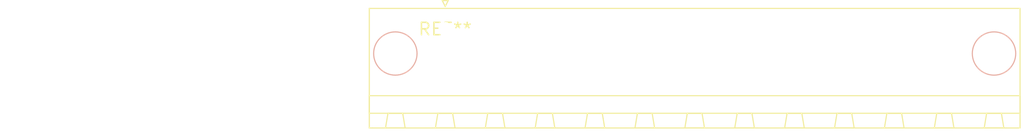
<source format=kicad_pcb>
(kicad_pcb (version 20240108) (generator pcbnew)
  (layers (0 "F.Cu" signal) (31 "B.Cu" signal) (34 "B.Paste" user) (35 "F.Paste" user) (36 "B.SilkS" user "B.Silkscreen") (37 "F.SilkS" user "F.Silkscreen") (38 "B.Mask" user) (39 "F.Mask" user) (44 "Edge.Cuts" user))
  (net 0 "")
  (footprint "PhoenixContact_MSTB_2,5_11-GF-5,08_1x11_P5.08mm_Horizontal_ThreadedFlange_MountHole" (layer "F.Cu") (at 0 0)
    (property "Reference" "REF**")
    (property "Value" "PhoenixContact_MSTB_2,5_11-GF-5,08_1x11_P5.08mm_Horizontal_ThreadedFlange_MountHole")
    (fp_circle (center -5.08 2.5) (end -2.87 2.5) (layer "B.SilkS") (stroke (width 0.12)) (fill none))
    (fp_circle (center 55.88 2.5) (end 58.09 2.5) (layer "B.SilkS") (stroke (width 0.12)) (fill none))
    (fp_line (start -7.73 -2.11) (end -7.73 10.11) (layer "F.SilkS") (stroke (width 0.12)))
    (fp_line (start -7.73 6.81) (end 58.53 6.81) (layer "F.SilkS") (stroke (width 0.12)))
    (fp_line (start -7.73 8.61) (end -7.73 6.81) (layer "F.SilkS") (stroke (width 0.12)))
    (fp_line (start -7.73 10.11) (end 58.53 10.11) (layer "F.SilkS") (stroke (width 0.12)))
    (fp_line (start -6.08 10.11) (end -4.08 10.11) (layer "F.SilkS") (stroke (width 0.12)))
    (fp_line (start -5.83 8.61) (end -6.08 10.11) (layer "F.SilkS") (stroke (width 0.12)))
    (fp_line (start -4.33 8.61) (end -5.83 8.61) (layer "F.SilkS") (stroke (width 0.12)))
    (fp_line (start -4.08 10.11) (end -4.33 8.61) (layer "F.SilkS") (stroke (width 0.12)))
    (fp_line (start -1 10.11) (end 1 10.11) (layer "F.SilkS") (stroke (width 0.12)))
    (fp_line (start -0.75 8.61) (end -1 10.11) (layer "F.SilkS") (stroke (width 0.12)))
    (fp_line (start -0.3 -2.91) (end 0.3 -2.91) (layer "F.SilkS") (stroke (width 0.12)))
    (fp_line (start 0 -2.31) (end -0.3 -2.91) (layer "F.SilkS") (stroke (width 0.12)))
    (fp_line (start 0.3 -2.91) (end 0 -2.31) (layer "F.SilkS") (stroke (width 0.12)))
    (fp_line (start 0.75 8.61) (end -0.75 8.61) (layer "F.SilkS") (stroke (width 0.12)))
    (fp_line (start 1 10.11) (end 0.75 8.61) (layer "F.SilkS") (stroke (width 0.12)))
    (fp_line (start 4.08 10.11) (end 6.08 10.11) (layer "F.SilkS") (stroke (width 0.12)))
    (fp_line (start 4.33 8.61) (end 4.08 10.11) (layer "F.SilkS") (stroke (width 0.12)))
    (fp_line (start 5.83 8.61) (end 4.33 8.61) (layer "F.SilkS") (stroke (width 0.12)))
    (fp_line (start 6.08 10.11) (end 5.83 8.61) (layer "F.SilkS") (stroke (width 0.12)))
    (fp_line (start 9.16 10.11) (end 11.16 10.11) (layer "F.SilkS") (stroke (width 0.12)))
    (fp_line (start 9.41 8.61) (end 9.16 10.11) (layer "F.SilkS") (stroke (width 0.12)))
    (fp_line (start 10.91 8.61) (end 9.41 8.61) (layer "F.SilkS") (stroke (width 0.12)))
    (fp_line (start 11.16 10.11) (end 10.91 8.61) (layer "F.SilkS") (stroke (width 0.12)))
    (fp_line (start 14.24 10.11) (end 16.24 10.11) (layer "F.SilkS") (stroke (width 0.12)))
    (fp_line (start 14.49 8.61) (end 14.24 10.11) (layer "F.SilkS") (stroke (width 0.12)))
    (fp_line (start 15.99 8.61) (end 14.49 8.61) (layer "F.SilkS") (stroke (width 0.12)))
    (fp_line (start 16.24 10.11) (end 15.99 8.61) (layer "F.SilkS") (stroke (width 0.12)))
    (fp_line (start 19.32 10.11) (end 21.32 10.11) (layer "F.SilkS") (stroke (width 0.12)))
    (fp_line (start 19.57 8.61) (end 19.32 10.11) (layer "F.SilkS") (stroke (width 0.12)))
    (fp_line (start 21.07 8.61) (end 19.57 8.61) (layer "F.SilkS") (stroke (width 0.12)))
    (fp_line (start 21.32 10.11) (end 21.07 8.61) (layer "F.SilkS") (stroke (width 0.12)))
    (fp_line (start 24.4 10.11) (end 26.4 10.11) (layer "F.SilkS") (stroke (width 0.12)))
    (fp_line (start 24.65 8.61) (end 24.4 10.11) (layer "F.SilkS") (stroke (width 0.12)))
    (fp_line (start 26.15 8.61) (end 24.65 8.61) (layer "F.SilkS") (stroke (width 0.12)))
    (fp_line (start 26.4 10.11) (end 26.15 8.61) (layer "F.SilkS") (stroke (width 0.12)))
    (fp_line (start 29.48 10.11) (end 31.48 10.11) (layer "F.SilkS") (stroke (width 0.12)))
    (fp_line (start 29.73 8.61) (end 29.48 10.11) (layer "F.SilkS") (stroke (width 0.12)))
    (fp_line (start 31.23 8.61) (end 29.73 8.61) (layer "F.SilkS") (stroke (width 0.12)))
    (fp_line (start 31.48 10.11) (end 31.23 8.61) (layer "F.SilkS") (stroke (width 0.12)))
    (fp_line (start 34.56 10.11) (end 36.56 10.11) (layer "F.SilkS") (stroke (width 0.12)))
    (fp_line (start 34.81 8.61) (end 34.56 10.11) (layer "F.SilkS") (stroke (width 0.12)))
    (fp_line (start 36.31 8.61) (end 34.81 8.61) (layer "F.SilkS") (stroke (width 0.12)))
    (fp_line (start 36.56 10.11) (end 36.31 8.61) (layer "F.SilkS") (stroke (width 0.12)))
    (fp_line (start 39.64 10.11) (end 41.64 10.11) (layer "F.SilkS") (stroke (width 0.12)))
    (fp_line (start 39.89 8.61) (end 39.64 10.11) (layer "F.SilkS") (stroke (width 0.12)))
    (fp_line (start 41.39 8.61) (end 39.89 8.61) (layer "F.SilkS") (stroke (width 0.12)))
    (fp_line (start 41.64 10.11) (end 41.39 8.61) (layer "F.SilkS") (stroke (width 0.12)))
    (fp_line (start 44.72 10.11) (end 46.72 10.11) (layer "F.SilkS") (stroke (width 0.12)))
    (fp_line (start 44.97 8.61) (end 44.72 10.11) (layer "F.SilkS") (stroke (width 0.12)))
    (fp_line (start 46.47 8.61) (end 44.97 8.61) (layer "F.SilkS") (stroke (width 0.12)))
    (fp_line (start 46.72 10.11) (end 46.47 8.61) (layer "F.SilkS") (stroke (width 0.12)))
    (fp_line (start 49.8 10.11) (end 51.8 10.11) (layer "F.SilkS") (stroke (width 0.12)))
    (fp_line (start 50.05 8.61) (end 49.8 10.11) (layer "F.SilkS") (stroke (width 0.12)))
    (fp_line (start 51.55 8.61) (end 50.05 8.61) (layer "F.SilkS") (stroke (width 0.12)))
    (fp_line (start 51.8 10.11) (end 51.55 8.61) (layer "F.SilkS") (stroke (width 0.12)))
    (fp_line (start 54.88 10.11) (end 56.88 10.11) (layer "F.SilkS") (stroke (width 0.12)))
    (fp_line (start 55.13 8.61) (end 54.88 10.11) (layer "F.SilkS") (stroke (width 0.12)))
    (fp_line (start 56.63 8.61) (end 55.13 8.61) (layer "F.SilkS") (stroke (width 0.12)))
    (fp_line (start 56.88 10.11) (end 56.63 8.61) (layer "F.SilkS") (stroke (width 0.12)))
    (fp_line (start 58.53 -2.11) (end -7.73 -2.11) (layer "F.SilkS") (stroke (width 0.12)))
    (fp_line (start 58.53 6.81) (end 58.53 8.61) (layer "F.SilkS") (stroke (width 0.12)))
    (fp_line (start 58.53 8.61) (end -7.73 8.61) (layer "F.SilkS") (stroke (width 0.12)))
    (fp_line (start 58.53 10.11) (end 58.53 -2.11) (layer "F.SilkS") (stroke (width 0.12)))
    (pad "" np_thru_hole circle (at -5.08 2.5) (size 2.4 2.4) (drill 2.4) (layers *.Cu *.Mask))
    (pad "" np_thru_hole circle (at 55.88 2.5) (size 2.4 2.4) (drill 2.4) (layers *.Cu *.Mask))
    (pad "1" thru_hole roundrect (at 0 0) (size 2.08 3.6) (drill 1.4) (layers *.Cu *.Mask) (remove_unused_layers) (roundrect_rratio 0.120192))
    (pad "2" thru_hole oval (at 5.08 0) (size 2.08 3.6) (drill 1.4) (layers *.Cu *.Mask) (remove_unused_layers))
    (pad "3" thru_hole oval (at 10.16 0) (size 2.08 3.6) (drill 1.4) (layers *.Cu *.Mask) (remove_unused_layers))
    (pad "4" thru_hole oval (at 15.24 0) (size 2.08 3.6) (drill 1.4) (layers *.Cu *.Mask) (remove_unused_layers))
    (pad "5" thru_hole oval (at 20.32 0) (size 2.08 3.6) (drill 1.4) (layers *.Cu *.Mask) (remove_unused_layers))
    (pad "6" thru_hole oval (at 25.4 0) (size 2.08 3.6) (drill 1.4) (layers *.Cu *.Mask) (remove_unused_layers))
    (pad "7" thru_hole oval (at 30.48 0) (size 2.08 3.6) (drill 1.4) (layers *.Cu *.Mask) (remove_unused_layers))
    (pad "8" thru_hole oval (at 35.56 0) (size 2.08 3.6) (drill 1.4) (layers *.Cu *.Mask) (remove_unused_layers))
    (pad "9" thru_hole oval (at 40.64 0) (size 2.08 3.6) (drill 1.4) (layers *.Cu *.Mask) (remove_unused_layers))
    (pad "10" thru_hole oval (at 45.72 0) (size 2.08 3.6) (drill 1.4) (layers *.Cu *.Mask) (remove_unused_layers))
    (pad "11" thru_hole oval (at 50.8 0) (size 2.08 3.6) (drill 1.4) (layers *.Cu *.Mask) (remove_unused_layers))
  )
)
</source>
